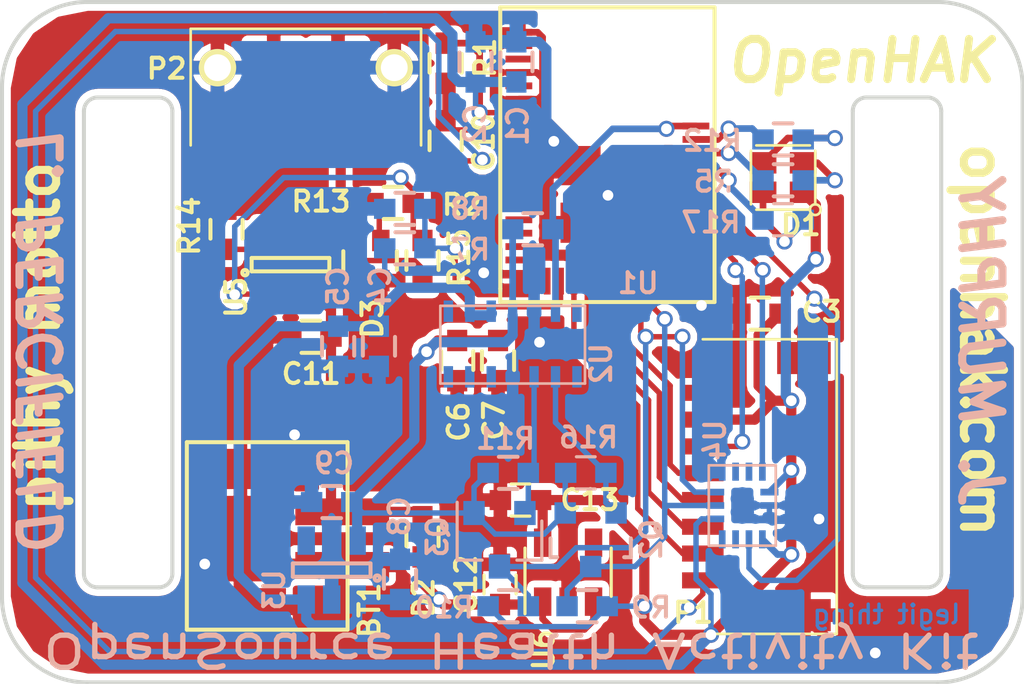
<source format=kicad_pcb>
(kicad_pcb (version 4) (host pcbnew 4.0.0-stable)
  (layers (0 F.Cu signal) (31 B.Cu signal) (34 B.Paste user) (35 F.Paste user) (36 B.SilkS user) (37 F.SilkS user) (38 B.Mask user) (39 F.Mask user) (44 Edge.Cuts user))
  (net 0 "")
  (net 1 GND)
  (net 2 VDD)
  (net 3 /SIM_RX)
  (net 4 /SIM_TX)
  (net 5 /SIM_RST)
  (net 6 "Net-(U1-Pad3)")
  (net 7 "Net-(U1-Pad5)")
  (net 8 "Net-(U1-Pad9)")
  (net 9 "Net-(U1-Pad10)")
  (net 10 "Net-(U1-Pad12)")
  (net 11 "Net-(U1-Pad13)")
  (net 12 "Net-(U1-Pad14)")
  (net 13 "Net-(U1-Pad15)")
  (net 14 "Net-(U1-Pad17)")
  (net 15 "Net-(U1-Pad20)")
  (net 16 "Net-(U1-Pad26)")
  (net 17 "Net-(U2-Pad8)")
  (net 18 "Net-(U2-Pad7)")
  (net 19 "Net-(U2-Pad6)")
  (net 20 "Net-(U2-Pad5)")
  (net 21 "Net-(U2-Pad1)")
  (net 22 "Net-(U2-Pad14)")
  (net 23 "Net-(U3-Pad4)")
  (net 24 "Net-(BT1-Pad1)")
  (net 25 VPP)
  (net 26 /MAX_INT)
  (net 27 "Net-(U4-Pad11)")
  (net 28 "Net-(U4-Pad10)")
  (net 29 /BMI_INT2)
  (net 30 /BMI_INT1)
  (net 31 "Net-(U4-Pad3)")
  (net 32 "Net-(U4-Pad2)")
  (net 33 "Net-(U1-Pad29)")
  (net 34 "Net-(U1-Pad16)")
  (net 35 /B_LED)
  (net 36 /G_LED)
  (net 37 /R_LED)
  (net 38 "Net-(D1-Pad4)")
  (net 39 "Net-(D1-Pad2)")
  (net 40 "Net-(U1-Pad34)")
  (net 41 "Net-(U1-Pad37)")
  (net 42 "Net-(D3-Pad3)")
  (net 43 "Net-(D3-Pad1)")
  (net 44 "Net-(P2-Pad2)")
  (net 45 "Net-(P2-Pad4)")
  (net 46 "Net-(P2-Pad3)")
  (net 47 "Net-(R13-Pad1)")
  (net 48 "Net-(R14-Pad1)")
  (net 49 "Net-(U1-Pad36)")
  (net 50 +1V8)
  (net 51 "Net-(D1-Pad3)")
  (net 52 "Net-(D3-Pad4)")
  (net 53 /1V8_SCL)
  (net 54 /3V3_SCL)
  (net 55 /1V8_SDA)
  (net 56 /3V3_SDA)
  (net 57 /V_SENSE)
  (net 58 "Net-(U1-Pad11)")
  (net 59 "Net-(U1-Pad18)")
  (net 60 "Net-(U6-Pad4)")
  (net 61 "Net-(C10-Pad2)")
  (net 62 /PIN_3)
  (net 63 /PIN_2)
  (net 64 "Net-(U1-Pad31)")
  (net 65 /PIN_4)
  (module Capacitors_SMD:C_0603 (layer B.Cu) (at 140.54328 87.72906 270)
    (fp_text reference C1 (at 2.3876 -0.0508 270) (layer B.SilkS) (effects (font (size 0.75 0.75)) (justify mirror)))
    (fp_text value 0.1uF)
    (pad 1 smd rect (at -0.75 0 270) (size 0.8 0.75) (layers B.Cu B.Paste B.Mask) (net 1 GND))
    (pad 2 smd rect (at 0.75 0 270) (size 0.8 0.75) (layers B.Cu B.Paste B.Mask) (net 2 VDD))
  )
  (module Capacitors_SMD:C_0603 (layer B.Cu) (at 139.01928 87.72906 270)
    (fp_text reference C2 (at 2.31394 0.0254 270) (layer B.SilkS) (effects (font (size 0.75 0.75)) (justify mirror)))
    (fp_text value 1uF)
    (pad 1 smd rect (at -0.75 0 270) (size 0.8 0.75) (layers B.Cu B.Paste B.Mask) (net 1 GND))
    (pad 2 smd rect (at 0.75 0 270) (size 0.8 0.75) (layers B.Cu B.Paste B.Mask) (net 2 VDD))
  )
  (module Capacitors_SMD:C_0603 (layer F.Cu) (at 149.63648 97.12706)
    (fp_text reference C3 (at 2.30124 -0.07112) (layer F.SilkS) (effects (font (size 0.75 0.75))))
    (fp_text value 10uF)
    (pad 1 smd rect (at -0.75 0) (size 0.8 0.75) (layers F.Cu F.Paste F.Mask) (net 1 GND))
    (pad 2 smd rect (at 0.75 0) (size 0.8 0.75) (layers F.Cu F.Paste F.Mask) (net 2 VDD))
  )
  (module Capacitors_SMD:C_0603 (layer B.Cu) (at 135.41248 98.34626 270)
    (fp_text reference C4 (at -2.2352 -0.04572 270) (layer B.SilkS) (effects (font (size 0.75 0.75)) (justify mirror)))
    (fp_text value 1uF)
    (pad 1 smd rect (at -0.75 0 270) (size 0.8 0.75) (layers B.Cu B.Paste B.Mask) (net 25 VPP))
    (pad 2 smd rect (at 0.75 0 270) (size 0.8 0.75) (layers B.Cu B.Paste B.Mask) (net 1 GND))
  )
  (module Capacitors_SMD:C_0603 (layer B.Cu) (at 133.88848 98.34626 270)
    (fp_text reference C5 (at -2.23266 0.00508 270) (layer B.SilkS) (effects (font (size 0.75 0.75)) (justify mirror)))
    (fp_text value 10uF)
    (pad 1 smd rect (at -0.75 0 270) (size 0.8 0.75) (layers B.Cu B.Paste B.Mask) (net 25 VPP))
    (pad 2 smd rect (at 0.75 0 270) (size 0.8 0.75) (layers B.Cu B.Paste B.Mask) (net 1 GND))
  )
  (module Capacitors_SMD:C_0603 (layer F.Cu) (at 138.33348 98.87966 270)
    (fp_text reference C6 (at 2.286 -0.0508 270) (layer F.SilkS) (effects (font (size 0.75 0.75))))
    (fp_text value 1uF)
    (pad 1 smd rect (at -0.75 0 270) (size 0.8 0.75) (layers F.Cu F.Paste F.Mask) (net 50 +1V8))
    (pad 2 smd rect (at 0.75 0 270) (size 0.8 0.75) (layers F.Cu F.Paste F.Mask) (net 1 GND))
  )
  (module Capacitors_SMD:C_0603 (layer F.Cu) (at 139.85748 98.87966 90)
    (fp_text reference C7 (at -2.2352 -0.1524 90) (layer F.SilkS) (effects (font (size 0.75 0.75))))
    (fp_text value 0.1uF)
    (pad 1 smd rect (at -0.75 0 90) (size 0.8 0.75) (layers F.Cu F.Paste F.Mask) (net 1 GND))
    (pad 2 smd rect (at 0.75 0 90) (size 0.8 0.75) (layers F.Cu F.Paste F.Mask) (net 50 +1V8))
  )
  (module Capacitors_SMD:C_0603 (layer F.Cu) (at 137.90168 87.77986 270)
    (fp_text reference R1 (at -0.2032 -1.4732 270) (layer F.SilkS) (effects (font (size 0.75 0.75))))
    (fp_text value 10K)
    (pad 1 smd rect (at -0.75 0 270) (size 0.8 0.75) (layers F.Cu F.Paste F.Mask) (net 2 VDD))
    (pad 2 smd rect (at 0.75 0 270) (size 0.8 0.75) (layers F.Cu F.Paste F.Mask) (net 5 /SIM_RST))
  )
  (module Capacitors_SMD:C_0603 (layer B.Cu) (at 141.15288 93.97746)
    (fp_text reference R2 (at -2.6416 -0.9144) (layer F.SilkS) (effects (font (size 0.75 0.75))))
    (fp_text value 10K)
    (pad 1 smd rect (at -0.75 0) (size 0.8 0.75) (layers B.Cu B.Paste B.Mask) (net 50 +1V8))
    (pad 2 smd rect (at 0.75 0) (size 0.8 0.75) (layers B.Cu B.Paste B.Mask) (net 26 /MAX_INT))
  )
  (module Capacitors_SMD:C_0603 (layer B.Cu) (at 150.50008 92.14866 180)
    (fp_text reference R5 (at 2.5908 -0.0508 180) (layer B.SilkS) (effects (font (size 0.75 0.75)) (justify mirror)))
    (fp_text value 130R)
    (pad 1 smd rect (at -0.75 0 180) (size 0.8 0.75) (layers B.Cu B.Paste B.Mask) (net 38 "Net-(D1-Pad4)"))
    (pad 2 smd rect (at 0.75 0 180) (size 0.8 0.75) (layers B.Cu B.Paste B.Mask) (net 37 /R_LED))
  )
  (module OpenBCI:RFD77101 (layer F.Cu) (at 143.94088 91.19386)
    (fp_text reference U1 (at 1.149 4.79528) (layer B.SilkS) (effects (font (size 0.75 0.75)) (justify mirror)))
    (fp_text value rfd_77101)
    (pad 1 smd rect (at -3.305 -4.57) (size 1 0.254) (layers F.Cu F.Paste F.Mask) (net 1 GND))
    (pad 2 smd rect (at -3.305 -4.07) (size 1 0.254) (layers F.Cu F.Paste F.Mask) (net 1 GND))
    (pad 3 smd rect (at -3.305 -3.57) (size 1 0.254) (layers F.Cu F.Paste F.Mask) (net 6 "Net-(U1-Pad3)"))
    (pad 4 smd rect (at -3.305 -3.07) (size 1 0.254) (layers F.Cu F.Paste F.Mask) (net 1 GND))
    (pad 5 smd rect (at -3.305 -2.57) (size 1 0.254) (layers F.Cu F.Paste F.Mask) (net 7 "Net-(U1-Pad5)"))
    (pad 6 smd rect (at -3.305 -2.07) (size 1 0.254) (layers F.Cu F.Paste F.Mask) (net 1 GND))
    (pad 7 smd rect (at -3.305 -1.57) (size 1 0.254) (layers F.Cu F.Paste F.Mask) (net 2 VDD))
    (pad 8 smd rect (at -3.305 -1.07) (size 1 0.254) (layers F.Cu F.Paste F.Mask) (net 5 /SIM_RST))
    (pad 9 smd rect (at -3.305 -0.57) (size 1 0.254) (layers F.Cu F.Paste F.Mask) (net 8 "Net-(U1-Pad9)"))
    (pad 10 smd rect (at -3.305 -0.07) (size 1 0.254) (layers F.Cu F.Paste F.Mask) (net 9 "Net-(U1-Pad10)"))
    (pad 11 smd rect (at -3.305 0.43) (size 1 0.254) (layers F.Cu F.Paste F.Mask) (net 58 "Net-(U1-Pad11)"))
    (pad 12 smd rect (at -3.305 0.93) (size 1 0.254) (layers F.Cu F.Paste F.Mask) (net 10 "Net-(U1-Pad12)"))
    (pad 13 smd rect (at -3.305 1.43) (size 1 0.254) (layers F.Cu F.Paste F.Mask) (net 11 "Net-(U1-Pad13)"))
    (pad 14 smd rect (at -3.305 1.93) (size 1 0.254) (layers F.Cu F.Paste F.Mask) (net 12 "Net-(U1-Pad14)"))
    (pad 15 smd rect (at -3.305 2.43) (size 1 0.254) (layers F.Cu F.Paste F.Mask) (net 13 "Net-(U1-Pad15)"))
    (pad 16 smd rect (at -3.305 2.93) (size 1 0.254) (layers F.Cu F.Paste F.Mask) (net 34 "Net-(U1-Pad16)"))
    (pad 17 smd rect (at -3.305 3.43) (size 1 0.254) (layers F.Cu F.Paste F.Mask) (net 14 "Net-(U1-Pad17)"))
    (pad 18 smd rect (at -3.305 3.93) (size 1 0.254) (layers F.Cu F.Paste F.Mask) (net 59 "Net-(U1-Pad18)"))
    (pad 19 smd rect (at -3.305 4.43) (size 1 0.254) (layers F.Cu F.Paste F.Mask) (net 1 GND))
    (pad 20 smd rect (at -2.25 4.72) (size 0.254 1) (layers F.Cu F.Paste F.Mask) (net 15 "Net-(U1-Pad20)"))
    (pad 21 smd rect (at -1.75 4.72) (size 0.254 1) (layers F.Cu F.Paste F.Mask) (net 57 /V_SENSE))
    (pad 22 smd rect (at -1.25 4.72) (size 0.254 1) (layers F.Cu F.Paste F.Mask) (net 62 /PIN_3))
    (pad 23 smd rect (at -0.75 4.72) (size 0.254 1) (layers F.Cu F.Paste F.Mask) (net 4 /SIM_TX))
    (pad 24 smd rect (at -0.25 4.72) (size 0.254 1) (layers F.Cu F.Paste F.Mask) (net 63 /PIN_2))
    (pad 25 smd rect (at 0.25 4.72) (size 0.254 1) (layers F.Cu F.Paste F.Mask) (net 3 /SIM_RX))
    (pad 26 smd rect (at 0.75 4.72) (size 0.254 1) (layers F.Cu F.Paste F.Mask) (net 16 "Net-(U1-Pad26)"))
    (pad 27 smd rect (at 1.25 4.72) (size 0.254 1) (layers F.Cu F.Paste F.Mask) (net 56 /3V3_SDA))
    (pad 28 smd rect (at 1.75 4.72) (size 0.254 1) (layers F.Cu F.Paste F.Mask) (net 54 /3V3_SCL))
    (pad 29 smd rect (at 2.25 4.72) (size 0.254 1) (layers F.Cu F.Paste F.Mask) (net 33 "Net-(U1-Pad29)"))
    (pad 30 smd rect (at 3.305 4.43) (size 1 0.254) (layers F.Cu F.Paste F.Mask) (net 1 GND))
    (pad 31 smd rect (at 3.305 3.93) (size 1 0.254) (layers F.Cu F.Paste F.Mask) (net 64 "Net-(U1-Pad31)"))
    (pad 32 smd rect (at 3.305 3.43) (size 1 0.254) (layers F.Cu F.Paste F.Mask) (net 65 /PIN_4))
    (pad 33 smd rect (at 3.305 2.93) (size 1 0.254) (layers F.Cu F.Paste F.Mask) (net 30 /BMI_INT1))
    (pad 34 smd rect (at 3.305 2.43) (size 1 0.254) (layers F.Cu F.Paste F.Mask) (net 40 "Net-(U1-Pad34)"))
    (pad 35 smd rect (at 3.305 1.93) (size 1 0.254) (layers F.Cu F.Paste F.Mask) (net 29 /BMI_INT2))
    (pad 36 smd rect (at 3.305 1.43) (size 1 0.254) (layers F.Cu F.Paste F.Mask) (net 49 "Net-(U1-Pad36)"))
    (pad 37 smd rect (at 3.305 0.93) (size 1 0.254) (layers F.Cu F.Paste F.Mask) (net 41 "Net-(U1-Pad37)"))
    (pad 38 smd rect (at 3.305 0.43) (size 1 0.254) (layers F.Cu F.Paste F.Mask) (net 35 /B_LED))
    (pad 39 smd rect (at 3.305 -0.07) (size 1 0.254) (layers F.Cu F.Paste F.Mask) (net 37 /R_LED))
    (pad 40 smd rect (at 3.305 -0.57) (size 1 0.254) (layers F.Cu F.Paste F.Mask) (net 36 /G_LED))
    (pad 41 smd rect (at 3.305 -1.07) (size 1 0.254) (layers F.Cu F.Paste F.Mask) (net 26 /MAX_INT))
    (pad 42 smd rect (at -1 0.635) (size 1.5 1.01) (layers F.Cu F.Paste F.Mask) (net 1 GND))
    (pad 43 smd rect (at -1 2.54) (size 1.5 1.5) (layers F.Cu F.Paste F.Mask) (net 1 GND))
    (pad 44 smd rect (at 1 2.54) (size 1.5 1.5) (layers F.Cu F.Paste F.Mask) (net 1 GND))
    (pad 45 smd rect (at 1 0.42) (size 1.5 1.5) (layers F.Cu F.Paste F.Mask) (net 1 GND))
    (pad 42 smd trapezoid (at -1.28 -0.09) (size 0.48 0.47) (rect_delta 0 0.47) (layers F.Cu F.Paste F.Mask) (net 1 GND))
    (pad 42 smd rect (at -0.76 -0.08) (size 1.01 0.49) (layers F.Cu F.Paste F.Mask) (net 1 GND))
  )
  (module Solutions:MAX30100 (layer B.Cu) (at 142.80388 99.33686 90)
    (fp_text reference U2 (at 0.343725 0.900669 270) (layer B.SilkS) (effects (font (size 0.75 0.75)) (justify mirror)))
    (fp_text value MAX30100)
    (pad 14 smd rect (at 2.15 0 90) (size 0.8 0.35) (drill (offset 0.15 0)) (layers B.Cu B.Paste B.Mask) (net 22 "Net-(U2-Pad14)"))
    (pad 13 smd rect (at 2.15 -0.8 90) (size 0.8 0.35) (drill (offset 0.15 0)) (layers B.Cu B.Paste B.Mask) (net 26 /MAX_INT))
    (pad 12 smd rect (at 2.15 -1.6 90) (size 0.8 0.35) (drill (offset 0.15 0)) (layers B.Cu B.Paste B.Mask) (net 1 GND))
    (pad 11 smd rect (at 2.15 -2.4 90) (size 0.8 0.35) (drill (offset 0.15 0)) (layers B.Cu B.Paste B.Mask) (net 50 +1V8))
    (pad 10 smd rect (at 2.15 -3.2 90) (size 0.8 0.35) (drill (offset 0.15 0)) (layers B.Cu B.Paste B.Mask) (net 25 VPP))
    (pad 9 smd rect (at 2.15 -4 90) (size 0.8 0.35) (drill (offset 0.15 0)) (layers B.Cu B.Paste B.Mask) (net 25 VPP))
    (pad 8 smd rect (at 2.15 -4.8 90) (size 0.8 0.35) (drill (offset 0.15 0)) (layers B.Cu B.Paste B.Mask) (net 17 "Net-(U2-Pad8)"))
    (pad 7 smd rect (at 0 -4.8 90) (size 0.8 0.35) (drill (offset -0.15 0)) (layers B.Cu B.Paste B.Mask) (net 18 "Net-(U2-Pad7)"))
    (pad 6 smd rect (at 0 -4 90) (size 0.8 0.35) (drill (offset -0.15 0)) (layers B.Cu B.Paste B.Mask) (net 19 "Net-(U2-Pad6)"))
    (pad 5 smd rect (at 0 -3.2 90) (size 0.8 0.35) (drill (offset -0.15 0)) (layers B.Cu B.Paste B.Mask) (net 20 "Net-(U2-Pad5)"))
    (pad 4 smd rect (at 0 -2.4 90) (size 0.8 0.35) (drill (offset -0.15 0)) (layers B.Cu B.Paste B.Mask) (net 1 GND))
    (pad 3 smd rect (at 0 -1.6 90) (size 0.8 0.35) (drill (offset -0.15 0)) (layers B.Cu B.Paste B.Mask) (net 55 /1V8_SDA))
    (pad 2 smd rect (at 0 -0.8 90) (size 0.8 0.35) (drill (offset -0.15 0)) (layers B.Cu B.Paste B.Mask) (net 53 /1V8_SCL))
    (pad 1 smd rect (at 0 0 90) (size 0.8 0.35) (drill (offset -0.15 0)) (layers B.Cu B.Paste B.Mask) (net 21 "Net-(U2-Pad1)"))
  )
  (module Capacitors_SMD:C_0603 (layer B.Cu) (at 136.198384 107.048687 270)
    (fp_text reference C8 (at -2.352427 0.023904 270) (layer B.SilkS) (effects (font (size 0.75 0.75)) (justify mirror)))
    (fp_text value 1uF)
    (pad 1 smd rect (at -0.75 0 270) (size 0.8 0.75) (layers B.Cu B.Paste B.Mask) (net 1 GND))
    (pad 2 smd rect (at 0.75 0 270) (size 0.8 0.75) (layers B.Cu B.Paste B.Mask) (net 25 VPP))
  )
  (module Capacitors_SMD:C_0603 (layer B.Cu) (at 133.648225 104.160707)
    (fp_text reference C9 (at 0.087855 -1.445647) (layer B.SilkS) (effects (font (size 0.75 0.75)) (justify mirror)))
    (fp_text value 1uF)
    (pad 1 smd rect (at -0.75 0) (size 0.8 0.75) (layers B.Cu B.Paste B.Mask) (net 1 GND))
    (pad 2 smd rect (at 0.75 0) (size 0.8 0.75) (layers B.Cu B.Paste B.Mask) (net 50 +1V8))
  )
  (module TO_SOT_Packages_SMD:SOT-23-5 (layer B.Cu) (at 133.648225 106.700707 90)
    (fp_text reference U3 (at -0.738753 -2.147345 90) (layer B.SilkS) (effects (font (size 0.75 0.75)) (justify mirror)))
    (fp_text value NCP551)
    (pad 1 smd rect (at -1.1 0.95 90) (size 1.06 0.65) (layers B.Cu B.Paste B.Mask) (net 25 VPP))
    (pad 2 smd rect (at -1.1 0 90) (size 1.06 0.65) (layers B.Cu B.Paste B.Mask) (net 1 GND))
    (pad 3 smd rect (at -1.1 -0.95 90) (size 1.06 0.65) (layers B.Cu B.Paste B.Mask) (net 25 VPP))
    (pad 4 smd rect (at 1.1 -0.95 90) (size 1.06 0.65) (layers B.Cu B.Paste B.Mask) (net 23 "Net-(U3-Pad4)"))
    (pad 5 smd rect (at 1.1 0.95 90) (size 1.06 0.65) (layers B.Cu B.Paste B.Mask) (net 50 +1V8))
  )
  (module OpenBCI:JST_RA_SMT (layer F.Cu) (at 130.24104 102.92588 270)
    (fp_text reference BT1 (at 5.27558 -4.81584 270) (layer F.SilkS) (effects (font (size 0.75 0.75))))
    (fp_text value Battery)
    (pad 2 smd rect (at 3.6 -3.8 270) (size 1 3.5) (layers F.Cu F.Paste F.Mask) (net 1 GND))
    (pad 1 smd rect (at 1.6 -3.8 270) (size 1 3.5) (layers F.Cu F.Paste F.Mask) (net 24 "Net-(BT1-Pad1)"))
    (pad 4 smd rect (at 5.2 0 270) (size 1.5 3.4) (layers F.Cu F.Paste F.Mask) (net 1 GND))
    (pad 3 smd rect (at 0 0 270) (size 1.5 3.4) (layers F.Cu F.Paste F.Mask) (net 1 GND))
  )
  (module Capacitors_SMD:C_0603 (layer F.Cu) (at 137.90168 90.67546 270)
    (fp_text reference C10 (at 0.0508 -1.4224 270) (layer F.SilkS) (effects (font (size 0.75 0.75))))
    (fp_text value 0.1uF)
    (pad 1 smd rect (at -0.75 0 270) (size 0.8 0.75) (layers F.Cu F.Paste F.Mask) (net 5 /SIM_RST))
    (pad 2 smd rect (at 0.75 0 270) (size 0.8 0.75) (layers F.Cu F.Paste F.Mask) (net 61 "Net-(C10-Pad2)"))
  )
  (module Capacitors_SMD:C_0603 (layer F.Cu) (at 137.03808 105.45826 90)
    (fp_text reference D2 (at -2.27838 0.04064 90) (layer F.SilkS) (effects (font (size 0.75 0.75))))
    (fp_text value D_Schottky)
    (pad 1 smd rect (at -0.75 0 90) (size 0.8 0.75) (layers F.Cu F.Paste F.Mask) (net 25 VPP))
    (pad 2 smd rect (at 0.75 0 90) (size 0.8 0.75) (layers F.Cu F.Paste F.Mask) (net 24 "Net-(BT1-Pad1)"))
  )
  (module TO_SOT_Packages_SMD:SOT-23 (layer B.Cu) (at 143.315708 105.569415)
    (fp_text reference Q2 (at 2.256772 -0.009555 270) (layer B.SilkS) (effects (font (size 0.75 0.75)) (justify mirror)))
    (fp_text value Q_NMOS_GSD)
    (pad 1 smd rect (at -0.95 -1.00076) (size 0.8001 0.8001) (layers B.Cu B.Paste B.Mask) (net 50 +1V8))
    (pad 2 smd rect (at 0.95 -1.00076) (size 0.8001 0.8001) (layers B.Cu B.Paste B.Mask) (net 53 /1V8_SCL))
    (pad 3 smd rect (at 0 0.99822) (size 0.8001 0.8001) (layers B.Cu B.Paste B.Mask) (net 54 /3V3_SCL))
  )
  (module Capacitors_SMD:C_0603 (layer B.Cu) (at 136.37768 94.68866 180)
    (fp_text reference R7 (at -2.4384 -0.0508 180) (layer B.SilkS) (effects (font (size 0.75 0.75)) (justify mirror)))
    (fp_text value 1M)
    (pad 1 smd rect (at -0.75 0 180) (size 0.8 0.75) (layers B.Cu B.Paste B.Mask) (net 57 /V_SENSE))
    (pad 2 smd rect (at 0.75 0 180) (size 0.8 0.75) (layers B.Cu B.Paste B.Mask) (net 25 VPP))
  )
  (module Capacitors_SMD:C_0603 (layer B.Cu) (at 136.37768 93.21546)
    (fp_text reference R8 (at 2.4384 0) (layer B.SilkS) (effects (font (size 0.75 0.75)) (justify mirror)))
    (fp_text value 1M)
    (pad 1 smd rect (at -0.75 0) (size 0.8 0.75) (layers B.Cu B.Paste B.Mask) (net 1 GND))
    (pad 2 smd rect (at 0.75 0) (size 0.8 0.75) (layers B.Cu B.Paste B.Mask) (net 57 /V_SENSE))
  )
  (module Capacitors_SMD:C_0603 (layer B.Cu) (at 143.18488 108.04906)
    (fp_text reference R9 (at 2.3876 0.0508) (layer B.SilkS) (effects (font (size 0.75 0.75)) (justify mirror)))
    (fp_text value 10K)
    (pad 1 smd rect (at -0.75 0) (size 0.8 0.75) (layers B.Cu B.Paste B.Mask) (net 54 /3V3_SCL))
    (pad 2 smd rect (at 0.75 0) (size 0.8 0.75) (layers B.Cu B.Paste B.Mask) (net 2 VDD))
  )
  (module Capacitors_SMD:C_0603 (layer B.Cu) (at 140.23848 108.04906 180)
    (fp_text reference R10 (at 2.3876 -0.0508 180) (layer B.SilkS) (effects (font (size 0.75 0.75)) (justify mirror)))
    (fp_text value 10K)
    (pad 1 smd rect (at -0.75 0 180) (size 0.8 0.75) (layers B.Cu B.Paste B.Mask) (net 56 /3V3_SDA))
    (pad 2 smd rect (at 0.75 0 180) (size 0.8 0.75) (layers B.Cu B.Paste B.Mask) (net 2 VDD))
  )
  (module Capacitors_SMD:C_0603 (layer B.Cu) (at 140.23848 103.07066 180)
    (fp_text reference R11 (at 0.1016 1.27 180) (layer B.SilkS) (effects (font (size 0.75 0.75)) (justify mirror)))
    (fp_text value 10K)
    (pad 1 smd rect (at -0.75 0 180) (size 0.8 0.75) (layers B.Cu B.Paste B.Mask) (net 55 /1V8_SDA))
    (pad 2 smd rect (at 0.75 0 180) (size 0.8 0.75) (layers B.Cu B.Paste B.Mask) (net 50 +1V8))
  )
  (module Capacitors_SMD:C_0603 (layer B.Cu) (at 150.50008 90.62466 180)
    (fp_text reference R12 (at 2.6416 -0.0508 360) (layer B.SilkS) (effects (font (size 0.75 0.75)) (justify mirror)))
    (fp_text value 30R)
    (pad 1 smd rect (at -0.75 0 180) (size 0.8 0.75) (layers B.Cu B.Paste B.Mask) (net 51 "Net-(D1-Pad3)"))
    (pad 2 smd rect (at 0.75 0 180) (size 0.8 0.75) (layers B.Cu B.Paste B.Mask) (net 36 /G_LED))
  )
  (module Solutions:LGA_2.5x3 (layer B.Cu) (at 148.97608 104.28986 270)
    (fp_text reference U4 (at -2.4384 1.016 270) (layer B.SilkS) (effects (font (size 0.75 0.75)) (justify mirror)))
    (fp_text value BMI160)
    (pad 5 smd rect (at -0.5 -1.0125 270) (size 0.25 0.675) (layers B.Cu B.Paste B.Mask) (net 2 VDD))
    (pad 6 smd rect (at 0 -1.0125 270) (size 0.25 0.675) (layers B.Cu B.Paste B.Mask) (net 1 GND))
    (pad 7 smd rect (at 0.5 -1.0125 270) (size 0.25 0.675) (layers B.Cu B.Paste B.Mask) (net 1 GND))
    (pad 12 smd rect (at 0.5 1.0125 270) (size 0.25 0.675) (layers B.Cu B.Paste B.Mask) (net 2 VDD))
    (pad 14 smd rect (at -0.5 1.0125 270) (size 0.25 0.675) (layers B.Cu B.Paste B.Mask) (net 56 /3V3_SDA))
    (pad 11 smd rect (at 1.2625 0.75 270) (size 0.675 0.25) (layers B.Cu B.Paste B.Mask) (net 27 "Net-(U4-Pad11)"))
    (pad 10 smd rect (at 1.2625 0.25 270) (size 0.675 0.25) (layers B.Cu B.Paste B.Mask) (net 28 "Net-(U4-Pad10)"))
    (pad 9 smd rect (at 1.2625 -0.25 270) (size 0.675 0.25) (layers B.Cu B.Paste B.Mask) (net 29 /BMI_INT2))
    (pad 8 smd rect (at 1.2625 -0.75 270) (size 0.675 0.25) (layers B.Cu B.Paste B.Mask) (net 2 VDD))
    (pad 4 smd rect (at -1.2625 -0.75 270) (size 0.675 0.25) (layers B.Cu B.Paste B.Mask) (net 30 /BMI_INT1))
    (pad 3 smd rect (at -1.2625 -0.25 270) (size 0.675 0.25) (layers B.Cu B.Paste B.Mask) (net 31 "Net-(U4-Pad3)"))
    (pad 2 smd rect (at -1.2625 0.25 270) (size 0.675 0.25) (layers B.Cu B.Paste B.Mask) (net 32 "Net-(U4-Pad2)"))
    (pad 1 smd rect (at -1.2625 0.75 270) (size 0.675 0.25) (layers B.Cu B.Paste B.Mask) (net 1 GND))
    (pad 13 smd rect (at 0 1.0125 270) (size 0.25 0.675) (layers B.Cu B.Paste B.Mask) (net 54 /3V3_SCL))
  )
  (module Capacitors_SMD:C_0603 (layer F.Cu) (at 132.87248 97.99066)
    (fp_text reference C11 (at 0.011859 1.384614) (layer F.SilkS) (effects (font (size 0.75 0.75))))
    (fp_text value 10uF)
    (pad 1 smd rect (at -0.75 0) (size 0.8 0.75) (layers F.Cu F.Paste F.Mask) (net 1 GND))
    (pad 2 smd rect (at 0.75 0) (size 0.8 0.75) (layers F.Cu F.Paste F.Mask) (net 24 "Net-(BT1-Pad1)"))
  )
  (module Solutions:0606_Bi-Color (layer F.Cu) (at 135.05688 95.14586 270)
    (fp_text reference D3 (at 2.165414 -0.110661 270) (layer F.SilkS) (effects (font (size 0.75 0.75))))
    (fp_text value Dialight_R_G_LED)
    (pad 4 smd rect (at 0.75 0.425 270) (size 0.8 0.65) (layers F.Cu F.Paste F.Mask) (net 52 "Net-(D3-Pad4)"))
    (pad 3 smd rect (at -0.75 0.425 270) (size 0.8 0.65) (layers F.Cu F.Paste F.Mask) (net 42 "Net-(D3-Pad3)"))
    (pad 1 smd rect (at -0.75 -0.425 270) (size 0.8 0.65) (layers F.Cu F.Paste F.Mask) (net 43 "Net-(D3-Pad1)"))
    (pad 2 smd rect (at 0.75 -0.425 270) (size 0.8 0.65) (layers F.Cu F.Paste F.Mask) (net 1 GND))
  )
  (module Capacitors_SMD:C_0603 (layer F.Cu) (at 135.94088 92.99386 180)
    (fp_text reference R13 (at 2.6924 0.0508 180) (layer F.SilkS) (effects (font (size 0.75 0.75))))
    (fp_text value 470)
    (pad 1 smd rect (at -0.75 0 180) (size 0.8 0.75) (layers F.Cu F.Paste F.Mask) (net 47 "Net-(R13-Pad1)"))
    (pad 2 smd rect (at 0.75 0 180) (size 0.8 0.75) (layers F.Cu F.Paste F.Mask) (net 43 "Net-(D3-Pad1)"))
  )
  (module Capacitors_SMD:C_0603 (layer F.Cu) (at 129.72288 93.97746 90)
    (fp_text reference R14 (at 0.117413 -1.394261 90) (layer F.SilkS) (effects (font (size 0.75 0.75))))
    (fp_text value 10K)
    (pad 1 smd rect (at -0.75 0 90) (size 0.8 0.75) (layers F.Cu F.Paste F.Mask) (net 48 "Net-(R14-Pad1)"))
    (pad 2 smd rect (at 0.75 0 90) (size 0.8 0.75) (layers F.Cu F.Paste F.Mask) (net 1 GND))
  )
  (module Capacitors_SMD:C_0603 (layer F.Cu) (at 137.03808 95.14586 270)
    (fp_text reference R15 (at -0.1016 -1.3716 270) (layer F.SilkS) (effects (font (size 0.75 0.75))))
    (fp_text value 470)
    (pad 1 smd rect (at -0.75 0 270) (size 0.8 0.75) (layers F.Cu F.Paste F.Mask) (net 47 "Net-(R13-Pad1)"))
    (pad 2 smd rect (at 0.75 0 270) (size 0.8 0.75) (layers F.Cu F.Paste F.Mask) (net 52 "Net-(D3-Pad4)"))
  )
  (module TO_SOT_Packages_SMD:SOT-23-5 (layer F.Cu) (at 132.11048 95.29826 90)
    (fp_text reference U5 (at -1.2192 -2.032 90) (layer F.SilkS) (effects (font (size 0.75 0.75))))
    (fp_text value MCP73831)
    (pad 1 smd rect (at -1.1 -0.95 90) (size 1.06 0.65) (layers F.Cu F.Paste F.Mask) (net 47 "Net-(R13-Pad1)"))
    (pad 2 smd rect (at -1.1 0 90) (size 1.06 0.65) (layers F.Cu F.Paste F.Mask) (net 1 GND))
    (pad 3 smd rect (at -1.1 0.95 90) (size 1.06 0.65) (layers F.Cu F.Paste F.Mask) (net 24 "Net-(BT1-Pad1)"))
    (pad 4 smd rect (at 1.1 0.95 90) (size 1.06 0.65) (layers F.Cu F.Paste F.Mask) (net 42 "Net-(D3-Pad3)"))
    (pad 5 smd rect (at 1.1 -0.95 90) (size 1.06 0.65) (layers F.Cu F.Paste F.Mask) (net 48 "Net-(R14-Pad1)"))
  )
  (module Solutions:10118193_microUSB (layer F.Cu) (at 132.68422 87.945647 180)
    (fp_text reference P2 (at 5.19654 -0.037413 180) (layer F.SilkS) (effects (font (size 0.75 0.75))))
    (fp_text value USB_OTG)
    (pad 10 thru_hole oval (at -3.3 0 180) (size 1.4 1.4) (drill 1) (layers *.Cu *.Mask F.SilkS) (net 1 GND))
    (pad 9 smd rect (at 1.2 0 180) (size 1.9 1.9) (layers F.Cu F.Paste F.Mask) (net 1 GND))
    (pad 7 smd rect (at 3.2 -2.45 180) (size 1.6 1.4) (layers F.Cu F.Paste F.Mask) (net 1 GND))
    (pad 1 smd rect (at -1.3 -2.675 180) (size 0.4 1.35) (layers F.Cu F.Paste F.Mask) (net 42 "Net-(D3-Pad3)"))
    (pad 2 smd rect (at -0.65 -2.675 180) (size 0.4 1.35) (layers F.Cu F.Paste F.Mask) (net 44 "Net-(P2-Pad2)"))
    (pad 5 smd rect (at 1.3 -2.675 180) (size 0.4 1.35) (layers F.Cu F.Paste F.Mask) (net 1 GND))
    (pad 4 smd rect (at 0.65 -2.675 180) (size 0.4 1.35) (layers F.Cu F.Paste F.Mask) (net 45 "Net-(P2-Pad4)"))
    (pad 3 smd rect (at 0 -2.675 180) (size 0.4 1.35) (layers F.Cu F.Paste F.Mask) (net 46 "Net-(P2-Pad3)"))
    (pad 6 smd rect (at -3.2 -2.45 180) (size 1.6 1.4) (layers F.Cu F.Paste F.Mask) (net 1 GND))
    (pad 8 smd rect (at -1.2 0 180) (size 1.9 1.9) (layers F.Cu F.Paste F.Mask) (net 1 GND))
    (pad 11 thru_hole oval (at 3.3 0 180) (size 1.4 1.4) (drill 1) (layers *.Cu *.Mask F.SilkS) (net 1 GND))
  )
  (module Capacitors_SMD:C_0603 (layer F.Cu) (at 139.93368 107.23626 270)
    (fp_text reference C12 (at 0 1.27 270) (layer F.SilkS) (effects (font (size 0.75 0.75))))
    (fp_text value 1uF)
    (pad 1 smd rect (at -0.75 0 270) (size 0.8 0.75) (layers F.Cu F.Paste F.Mask) (net 1 GND))
    (pad 2 smd rect (at 0.75 0 270) (size 0.8 0.75) (layers F.Cu F.Paste F.Mask) (net 25 VPP))
  )
  (module Capacitors_SMD:C_0603 (layer F.Cu) (at 140.69568 104.08666)
    (fp_text reference C13 (at 2.5908 0) (layer F.SilkS) (effects (font (size 0.75 0.75))))
    (fp_text value 1uF)
    (pad 1 smd rect (at -0.75 0) (size 0.8 0.75) (layers F.Cu F.Paste F.Mask) (net 1 GND))
    (pad 2 smd rect (at 0.75 0) (size 0.8 0.75) (layers F.Cu F.Paste F.Mask) (net 2 VDD))
  )
  (module Solutions:CLMVB-FKA-CFHEHLCBB7a363 (layer F.Cu) (at 150.50008 92.04706 270)
    (fp_text reference D1 (at 1.778 -0.6604 540) (layer F.SilkS) (effects (font (size 0.75 0.75))))
    (fp_text value Led_RGB_CA)
    (pad 1 smd rect (at 0.55 -0.75 270) (size 0.8 1) (layers F.Cu F.Paste F.Mask) (net 2 VDD))
    (pad 2 smd rect (at 0.55 0.75 270) (size 0.8 1) (layers F.Cu F.Paste F.Mask) (net 39 "Net-(D1-Pad2)"))
    (pad 3 smd rect (at -0.55 0.75 270) (size 0.8 1) (layers F.Cu F.Paste F.Mask) (net 51 "Net-(D1-Pad3)"))
    (pad 4 smd rect (at -0.55 -0.75 270) (size 0.8 1) (layers F.Cu F.Paste F.Mask) (net 38 "Net-(D1-Pad4)"))
  )
  (module Solutions:4u-0201GDVE06 (layer F.Cu) (at 147.50288 107.08386 90)
    (fp_text reference P1 (at -1.21 -0.362 180) (layer F.SilkS) (effects (font (size 0.75 0.75))))
    (fp_text value CONN_01X10)
    (pad 10 smd rect (at 8.3 3.775 90) (size 1.2 2) (layers F.Cu F.Paste F.Mask) (net 1 GND))
    (pad 9 smd rect (at -1.3 3.775 90) (size 1.2 2) (layers F.Cu F.Paste F.Mask) (net 1 GND))
    (pad 8 smd rect (at 7 0 90) (size 0.6 1.55) (layers F.Cu F.Paste F.Mask) (net 1 GND))
    (pad 7 smd rect (at 6 0 90) (size 0.6 1.55) (layers F.Cu F.Paste F.Mask) (net 2 VDD))
    (pad 6 smd rect (at 5 0 90) (size 0.6 1.55) (layers F.Cu F.Paste F.Mask) (net 65 /PIN_4))
    (pad 5 smd rect (at 4 0 90) (size 0.6 1.55) (layers F.Cu F.Paste F.Mask) (net 3 /SIM_RX))
    (pad 4 smd rect (at 3 0 90) (size 0.6 1.55) (layers F.Cu F.Paste F.Mask) (net 63 /PIN_2))
    (pad 3 smd rect (at 2 0 90) (size 0.6 1.55) (layers F.Cu F.Paste F.Mask) (net 4 /SIM_TX))
    (pad 2 smd rect (at 1 0 90) (size 0.6 1.55) (layers F.Cu F.Paste F.Mask) (net 62 /PIN_3))
    (pad 1 smd rect (at 0 0 90) (size 0.6 1.55) (layers F.Cu F.Paste F.Mask) (net 61 "Net-(C10-Pad2)"))
  )
  (module TO_SOT_Packages_SMD:SOT-23 (layer B.Cu) (at 139.91211 105.569415 270)
    (fp_text reference Q3 (at -0.111155 2.31523 270) (layer B.SilkS) (effects (font (size 0.75 0.75)) (justify mirror)))
    (fp_text value Q_NMOS_GSD)
    (pad 1 smd rect (at -1 0.95 270) (size 0.9 0.8) (layers B.Cu B.Paste B.Mask) (net 50 +1V8))
    (pad 2 smd rect (at -1 -0.95 270) (size 0.9 0.8) (layers B.Cu B.Paste B.Mask) (net 55 /1V8_SDA))
    (pad 3 smd rect (at 1 0 270) (size 0.9 0.8) (layers B.Cu B.Paste B.Mask) (net 56 /3V3_SDA))
  )
  (module Capacitors_SMD:C_0603 (layer B.Cu) (at 143.13408 103.07066 180)
    (fp_text reference R16 (at -0.1016 1.3208 180) (layer B.SilkS) (effects (font (size 0.75 0.75)) (justify mirror)))
    (fp_text value 10K)
    (pad 1 smd rect (at -0.75 0 180) (size 0.8 0.75) (layers B.Cu B.Paste B.Mask) (net 53 /1V8_SCL))
    (pad 2 smd rect (at 0.75 0 180) (size 0.8 0.75) (layers B.Cu B.Paste B.Mask) (net 50 +1V8))
  )
  (module Capacitors_SMD:C_0603 (layer B.Cu) (at 150.50008 93.62186 180)
    (fp_text reference R17 (at 2.6924 -0.1016 180) (layer B.SilkS) (effects (font (size 0.75 0.75)) (justify mirror)))
    (fp_text value 30R)
    (pad 1 smd rect (at -0.75 0 180) (size 0.8 0.75) (layers B.Cu B.Paste B.Mask) (net 39 "Net-(D1-Pad2)"))
    (pad 2 smd rect (at 0.75 0 180) (size 0.8 0.75) (layers B.Cu B.Paste B.Mask) (net 35 /B_LED))
  )
  (module TO_SOT_Packages_SMD:SOT-23-5 (layer F.Cu) (at 142.47368 106.77906 90)
    (fp_text reference U6 (at -2.8956 -0.9144 90) (layer F.SilkS) (effects (font (size 0.75 0.75))))
    (fp_text value NCP551)
    (pad 1 smd rect (at -1.1 -0.95 90) (size 1.06 0.65) (layers F.Cu F.Paste F.Mask) (net 25 VPP))
    (pad 2 smd rect (at -1.1 0 90) (size 1.06 0.65) (layers F.Cu F.Paste F.Mask) (net 1 GND))
    (pad 3 smd rect (at -1.1 0.95 90) (size 1.06 0.65) (layers F.Cu F.Paste F.Mask) (net 25 VPP))
    (pad 4 smd rect (at 1.1 0.95 90) (size 1.06 0.65) (layers F.Cu F.Paste F.Mask) (net 60 "Net-(U6-Pad4)"))
    (pad 5 smd rect (at 1.1 -0.95 90) (size 1.06 0.65) (layers F.Cu F.Paste F.Mask) (net 2 VDD))
  )
  (gr_line (start 156.26588 85.49386) (end 124.51588 85.49386) (angle 90) (layer Edge.Cuts) (width 0.15))
  (gr_line (start 159.44088 107.71886) (end 159.44088 88.66886) (angle 90) (layer Edge.Cuts) (width 0.15))
  (gr_line (start 124.51588 110.89386) (end 156.26588 110.89386) (angle 90) (layer Edge.Cuts) (width 0.15))
  (gr_line (start 121.34088 88.66886) (end 121.34088 107.71886) (angle 90) (layer Edge.Cuts) (width 0.15))
  (gr_arc (start 124.51588 107.71886) (end 124.51588 110.89386) (angle 90) (layer Edge.Cuts) (width 0.15))
  (gr_arc (start 124.51588 88.66886) (end 121.34088 88.66886) (angle 90) (layer Edge.Cuts) (width 0.15))
  (gr_arc (start 156.26588 88.66886) (end 156.26588 85.49386) (angle 90) (layer Edge.Cuts) (width 0.15))
  (gr_arc (start 156.26588 107.71886) (end 159.44088 107.71886) (angle 90) (layer Edge.Cuts) (width 0.15))
  (gr_text "legit thing" (at 154.36088 108.35386) (layer B.Cu) (effects (font (size 0.7 0.7) (thickness 0.125)) (justify mirror)))
  (gr_text "pithy motto" (at 122.682 97.97542 90) (layer F.SilkS) (effects (font (size 1.5 1.5) (thickness 0.3))))
  (gr_text openhak.com (at 157.92704 98.11766 270) (layer F.SilkS) (effects (font (size 1.5 1.5) (thickness 0.3))))
  (gr_text "OpenSource Health Activity Kit" (at 140.34008 109.67466 180) (layer B.SilkS) (effects (font (size 1.2 1.5) (thickness 0.2)) (justify mirror)))
  (gr_text OpenHAK (at 153.44088 87.69386) (layer F.SilkS) (effects (font (size 1.5 1.5) (thickness 0.3) italic)))
  (gr_text "L. PERCIFIELD" (at 122.81408 98.09226 90) (layer B.SilkS) (effects (font (size 1.5 1.5) (thickness 0.3) italic) (justify mirror)))
  (gr_text "J. MURPHY" (at 157.86608 98.24466 270) (layer B.SilkS) (effects (font (size 1.5 1.5) (thickness 0.3) italic) (justify mirror)))
  (gr_line (start 124.90704 107.34548) (end 127.19304 107.34548) (angle 90) (layer Edge.Cuts) (width 0.15))
  (gr_line (start 124.39904 89.56548) (end 124.39904 106.83748) (angle 90) (layer Edge.Cuts) (width 0.15))
  (gr_line (start 127.19304 89.05748) (end 124.90704 89.05748) (angle 90) (layer Edge.Cuts) (width 0.15))
  (gr_line (start 127.70104 106.83748) (end 127.70104 89.56548) (angle 90) (layer Edge.Cuts) (width 0.15))
  (gr_arc (start 127.19304 89.56548) (end 127.19304 89.05748) (angle 90) (layer Edge.Cuts) (width 0.15))
  (gr_arc (start 124.90704 89.56548) (end 124.39904 89.56548) (angle 90) (layer Edge.Cuts) (width 0.15))
  (gr_arc (start 124.90704 106.83748) (end 124.90704 107.34548) (angle 90) (layer Edge.Cuts) (width 0.15))
  (gr_arc (start 127.19304 106.83748) (end 127.70104 106.83748) (angle 90) (layer Edge.Cuts) (width 0.15))
  (gr_line (start 155.89504 107.34548) (end 155.64104 107.34548) (angle 90) (layer Edge.Cuts) (width 0.15))
  (gr_line (start 153.60904 107.34548) (end 155.64104 107.34548) (angle 90) (layer Edge.Cuts) (width 0.15))
  (gr_line (start 153.10104 89.56548) (end 153.10104 106.83748) (angle 90) (layer Edge.Cuts) (width 0.15))
  (gr_line (start 155.89504 89.05748) (end 153.60904 89.05748) (angle 90) (layer Edge.Cuts) (width 0.15))
  (gr_line (start 156.40304 106.83748) (end 156.40304 89.56548) (angle 90) (layer Edge.Cuts) (width 0.15))
  (gr_arc (start 153.60904 106.83748) (end 153.60904 107.34548) (angle 90) (layer Edge.Cuts) (width 0.15))
  (gr_arc (start 153.60904 89.56548) (end 153.10104 89.56548) (angle 90) (layer Edge.Cuts) (width 0.15))
  (gr_arc (start 155.89504 89.56548) (end 155.89504 89.05748) (angle 90) (layer Edge.Cuts) (width 0.15))
  (gr_arc (start 155.89504 106.83748) (end 156.40304 106.83748) (angle 90) (layer Edge.Cuts) (width 0.15))
  (segment (start 140.63588 89.12386) (end 141.27088 89.12386) (width 0.2032) (layer F.Cu) (net 1))
  (segment (start 141.54088 90.29386) (end 142.94088 91.69386) (width 0.2032) (layer F.Cu) (net 1))
  (segment (start 141.54088 89.39386) (end 141.54088 90.29386) (width 0.2032) (layer F.Cu) (net 1))
  (segment (start 141.27088 89.12386) (end 141.54088 89.39386) (width 0.2032) (layer F.Cu) (net 1))
  (segment (start 142.94088 91.69386) (end 142.94088 91.82886) (width 0.2032) (layer F.Cu) (net 1))
  (segment (start 140.63588 89.12386) (end 141.1837 89.12386) (width 0.25) (layer F.Cu) (net 1))
  (segment (start 142.94088 91.82886) (end 142.94088 91.35386) (width 0.2032) (layer F.Cu) (net 1))
  (segment (start 142.94088 91.35386) (end 143.18088 91.11386) (width 0.2032) (layer F.Cu) (net 1))
  (segment (start 151.67788 108.78386) (end 152.68788 109.79386) (width 0.381) (layer F.Cu) (net 1))
  (via (at 153.94088 109.79386) (size 0.6) (drill 0.4) (layers F.Cu B.Cu) (net 1))
  (segment (start 152.68788 109.79386) (end 153.94088 109.79386) (width 0.381) (layer F.Cu) (net 1))
  (segment (start 141.66088 87.27186) (end 141.66088 90.41386) (width 0.381) (layer B.Cu) (net 1))
  (segment (start 141.94088 90.69386) (end 142.94088 91.69386) (width 0.381) (layer F.Cu) (net 1))
  (segment (start 141.36808 86.97906) (end 141.66088 87.27186) (width 0.381) (layer B.Cu) (net 1))
  (segment (start 140.54328 86.97906) (end 141.36808 86.97906) (width 0.381) (layer B.Cu) (net 1))
  (via (at 141.94088 90.69386) (size 0.6) (drill 0.4) (layers F.Cu B.Cu) (net 1))
  (segment (start 141.66088 90.41386) (end 141.94088 90.69386) (width 0.381) (layer B.Cu) (net 1))
  (segment (start 142.94088 91.69386) (end 142.94088 91.82886) (width 0.381) (layer F.Cu) (net 1))
  (segment (start 148.22608 103.02736) (end 147.65528 102.45656) (width 0.2032) (layer B.Cu) (net 1))
  (via (at 147.45208 96.82226) (size 0.6) (drill 0.4) (layers F.Cu B.Cu) (net 1))
  (segment (start 147.65528 97.02546) (end 147.45208 96.82226) (width 0.2032) (layer B.Cu) (net 1))
  (segment (start 147.65528 102.45656) (end 147.65528 97.02546) (width 0.2032) (layer B.Cu) (net 1))
  (segment (start 130.24104 102.92588) (end 131.51866 101.64826) (width 0.381) (layer F.Cu) (net 1))
  (via (at 132.26288 101.64826) (size 0.6) (drill 0.4) (layers F.Cu B.Cu) (net 1))
  (segment (start 131.51866 101.64826) (end 132.26288 101.64826) (width 0.381) (layer F.Cu) (net 1))
  (segment (start 130.24104 108.12588) (end 128.91008 106.79492) (width 0.381) (layer F.Cu) (net 1))
  (via (at 128.91008 106.47426) (size 0.6) (drill 0.4) (layers F.Cu B.Cu) (net 1))
  (segment (start 128.91008 106.79492) (end 128.91008 106.47426) (width 0.381) (layer F.Cu) (net 1))
  (segment (start 139.01928 86.97906) (end 140.54328 86.97906) (width 0.381) (layer B.Cu) (net 1))
  (segment (start 149.98858 104.28986) (end 149.98858 104.78986) (width 0.2032) (layer B.Cu) (net 1))
  (segment (start 149.98858 104.78986) (end 151.83288 104.78586) (width 0.2032) (layer B.Cu) (net 1))
  (via (at 151.84088 104.79386) (size 0.6) (drill 0.4) (layers F.Cu B.Cu) (net 1))
  (segment (start 151.83288 104.78586) (end 151.84088 104.79386) (width 0.2032) (layer B.Cu) (net 1))
  (segment (start 141.20388 97.18686) (end 141.20388 97.99086) (width 0.25) (layer B.Cu) (net 1))
  (via (at 141.40688 98.19386) (size 0.6) (drill 0.4) (layers F.Cu B.Cu) (net 1))
  (segment (start 141.20388 97.99086) (end 141.40688 98.19386) (width 0.25) (layer B.Cu) (net 1))
  (segment (start 140.63588 95.62386) (end 139.34488 95.62386) (width 0.25) (layer F.Cu) (net 1))
  (via (at 139.32408 95.60306) (size 0.6) (drill 0.4) (layers F.Cu B.Cu) (net 1))
  (segment (start 139.34488 95.62386) (end 139.32408 95.60306) (width 0.25) (layer F.Cu) (net 1))
  (segment (start 147.24588 95.62386) (end 147.24588 96.61606) (width 0.2032) (layer F.Cu) (net 1))
  (segment (start 147.75688 97.12706) (end 147.45208 96.82226) (width 0.2032) (layer F.Cu) (net 1))
  (segment (start 147.75688 97.12706) (end 148.88648 97.12706) (width 0.2032) (layer F.Cu) (net 1))
  (segment (start 147.24588 96.61606) (end 147.45208 96.82226) (width 0.2032) (layer F.Cu) (net 1))
  (segment (start 132.11048 96.39826) (end 132.11048 93.06306) (width 0.381) (layer F.Cu) (net 1))
  (segment (start 131.38422 92.3368) (end 131.38422 90.620647) (width 0.381) (layer F.Cu) (net 1))
  (segment (start 132.11048 93.06306) (end 131.38422 92.3368) (width 0.381) (layer F.Cu) (net 1))
  (segment (start 132.12248 97.99066) (end 132.11048 97.97866) (width 0.381) (layer F.Cu) (net 1))
  (segment (start 132.11048 97.97866) (end 132.11048 96.39826) (width 0.381) (layer F.Cu) (net 1))
  (segment (start 144.94088 91.61386) (end 144.94088 91.73124) (width 0.381) (layer F.Cu) (net 1))
  (segment (start 144.94088 91.73124) (end 143.96212 92.71) (width 0.381) (layer F.Cu) (net 1))
  (via (at 143.96212 92.71) (size 0.6) (drill 0.4) (layers F.Cu B.Cu) (net 1))
  (segment (start 142.94088 91.82886) (end 144.72588 91.82886) (width 0.381) (layer F.Cu) (net 1))
  (segment (start 144.72588 91.82886) (end 144.94088 91.61386) (width 0.381) (layer F.Cu) (net 1))
  (segment (start 142.94088 91.82886) (end 142.94088 93.73386) (width 0.381) (layer F.Cu) (net 1))
  (segment (start 142.94088 93.73386) (end 144.94088 93.73386) (width 0.381) (layer F.Cu) (net 1))
  (segment (start 144.94088 93.73386) (end 144.94088 91.61386) (width 0.381) (layer F.Cu) (net 1))
  (segment (start 140.63588 88.12386) (end 141.29622 88.12386) (width 0.25) (layer F.Cu) (net 1))
  (segment (start 141.29622 88.12386) (end 141.51864 88.34628) (width 0.25) (layer F.Cu) (net 1))
  (segment (start 140.63588 87.12386) (end 140.63588 86.62386) (width 0.25) (layer F.Cu) (net 1))
  (segment (start 140.63588 89.12386) (end 141.35066 89.12386) (width 0.25) (layer F.Cu) (net 1))
  (segment (start 141.33546 86.62386) (end 140.63588 86.62386) (width 0.25) (layer F.Cu) (net 1))
  (segment (start 141.51864 86.80704) (end 141.33546 86.62386) (width 0.25) (layer F.Cu) (net 1))
  (segment (start 141.51864 88.95588) (end 141.51864 88.34628) (width 0.25) (layer F.Cu) (net 1))
  (segment (start 141.51864 88.34628) (end 141.51864 86.80704) (width 0.25) (layer F.Cu) (net 1))
  (segment (start 141.35066 89.12386) (end 141.51864 88.95588) (width 0.25) (layer F.Cu) (net 1))
  (segment (start 143.93488 108.04906) (end 145.31848 108.04906) (width 0.2032) (layer B.Cu) (net 2))
  (via (at 145.31848 108.04906) (size 0.6) (drill 0.4) (layers F.Cu B.Cu) (net 2))
  (segment (start 147.96358 104.78986) (end 147.46008 104.78986) (width 0.2032) (layer B.Cu) (net 2))
  (segment (start 147.80768 107.59186) (end 147.80768 109.11586) (width 0.2032) (layer B.Cu) (net 2))
  (segment (start 147.24888 107.03306) (end 147.80768 107.59186) (width 0.2032) (layer B.Cu) (net 2))
  (segment (start 147.24888 105.00106) (end 147.24888 107.03306) (width 0.2032) (layer B.Cu) (net 2))
  (segment (start 147.46008 104.78986) (end 147.24888 105.00106) (width 0.2032) (layer B.Cu) (net 2))
  (segment (start 135.61568 86.10346) (end 137.54608 86.10346) (width 0.381) (layer B.Cu) (net 2))
  (segment (start 138.39768 88.47906) (end 139.01928 88.47906) (width 0.381) (layer B.Cu) (net 2))
  (segment (start 138.15568 88.23706) (end 138.39768 88.47906) (width 0.381) (layer B.Cu) (net 2))
  (segment (start 138.15568 86.71306) (end 138.15568 88.23706) (width 0.381) (layer B.Cu) (net 2))
  (segment (start 137.54608 86.10346) (end 138.15568 86.71306) (width 0.381) (layer B.Cu) (net 2))
  (segment (start 144.70888 110.23346) (end 146.69008 110.23346) (width 0.381) (layer B.Cu) (net 2))
  (segment (start 125.30328 86.10346) (end 135.61568 86.10346) (width 0.381) (layer B.Cu) (net 2))
  (segment (start 135.61568 86.10346) (end 135.66648 86.10346) (width 0.381) (layer B.Cu) (net 2))
  (segment (start 122.10288 89.30386) (end 125.30328 86.10346) (width 0.381) (layer B.Cu) (net 2))
  (segment (start 122.10288 107.18546) (end 122.10288 89.30386) (width 0.381) (layer B.Cu) (net 2))
  (segment (start 125.15088 110.23346) (end 122.10288 107.18546) (width 0.381) (layer B.Cu) (net 2))
  (segment (start 144.70888 110.23346) (end 125.15088 110.23346) (width 0.381) (layer B.Cu) (net 2))
  (via (at 147.80768 109.11586) (size 0.6) (drill 0.4) (layers F.Cu B.Cu) (net 2))
  (segment (start 146.69008 110.23346) (end 147.80768 109.11586) (width 0.381) (layer B.Cu) (net 2))
  (segment (start 140.54328 88.47906) (end 139.01928 88.47906) (width 0.381) (layer B.Cu) (net 2))
  (segment (start 137.90168 87.02986) (end 138.77728 87.02986) (width 0.25) (layer F.Cu) (net 2))
  (segment (start 139.17168 87.42426) (end 139.17168 89.60866) (width 0.25) (layer F.Cu) (net 2))
  (segment (start 138.77728 87.02986) (end 139.17168 87.42426) (width 0.25) (layer F.Cu) (net 2))
  (segment (start 140.63588 89.62386) (end 139.18688 89.62386) (width 0.2032) (layer F.Cu) (net 2))
  (segment (start 139.01928 89.45626) (end 139.01928 88.47906) (width 0.2032) (layer B.Cu) (net 2))
  (segment (start 139.17168 89.60866) (end 139.01928 89.45626) (width 0.2032) (layer B.Cu) (net 2))
  (via (at 139.17168 89.60866) (size 0.6) (drill 0.4) (layers F.Cu B.Cu) (net 2))
  (segment (start 139.18688 89.62386) (end 139.17168 89.60866) (width 0.2032) (layer F.Cu) (net 2))
  (segment (start 147.50288 101.08386) (end 149.43888 101.08386) (width 0.381) (layer F.Cu) (net 2))
  (segment (start 149.43888 101.08386) (end 150.14448 100.37826) (width 0.381) (layer F.Cu) (net 2))
  (segment (start 150.38648 97.12706) (end 149.58568 97.92786) (width 0.381) (layer F.Cu) (net 2))
  (segment (start 150.14448 100.37826) (end 150.80488 100.37826) (width 0.381) (layer F.Cu) (net 2))
  (segment (start 149.58568 99.81946) (end 150.14448 100.37826) (width 0.381) (layer F.Cu) (net 2))
  (segment (start 149.58568 97.92786) (end 149.58568 99.81946) (width 0.381) (layer F.Cu) (net 2))
  (segment (start 149.72608 105.55236) (end 150.29238 106.11866) (width 0.25) (layer B.Cu) (net 2))
  (via (at 150.80488 106.11866) (size 0.6) (drill 0.4) (layers F.Cu B.Cu) (net 2))
  (segment (start 150.29238 106.11866) (end 150.80488 106.11866) (width 0.25) (layer B.Cu) (net 2))
  (segment (start 149.98858 103.78986) (end 150.80488 102.97356) (width 0.25) (layer B.Cu) (net 2))
  (via (at 150.80488 102.96906) (size 0.6) (drill 0.4) (layers F.Cu B.Cu) (net 2))
  (segment (start 150.80488 102.97356) (end 150.80488 102.96906) (width 0.25) (layer B.Cu) (net 2))
  (segment (start 145.31848 108.60786) (end 145.82648 109.11586) (width 0.381) (layer F.Cu) (net 2))
  (segment (start 145.82648 109.11586) (end 147.80768 109.11586) (width 0.381) (layer F.Cu) (net 2))
  (segment (start 145.31848 108.04906) (end 145.31848 108.60786) (width 0.381) (layer F.Cu) (net 2))
  (segment (start 143.69288 104.08666) (end 145.31848 105.71226) (width 0.381) (layer F.Cu) (net 2))
  (segment (start 141.44568 104.08666) (end 143.69288 104.08666) (width 0.381) (layer F.Cu) (net 2))
  (segment (start 145.31848 105.71226) (end 145.31848 108.04906) (width 0.381) (layer F.Cu) (net 2))
  (segment (start 147.80768 109.11586) (end 150.80488 106.11866) (width 0.381) (layer F.Cu) (net 2))
  (segment (start 151.71928 93.06626) (end 151.25008 92.59706) (width 0.381) (layer F.Cu) (net 2))
  (segment (start 151.71928 95.09506) (end 151.71928 93.06626) (width 0.381) (layer F.Cu) (net 2))
  (via (at 151.71928 95.09506) (size 0.6) (drill 0.4) (layers F.Cu B.Cu) (net 2))
  (segment (start 150.60168 96.21266) (end 151.71928 95.09506) (width 0.381) (layer B.Cu) (net 2))
  (segment (start 150.60168 100.17506) (end 150.60168 96.21266) (width 0.381) (layer B.Cu) (net 2))
  (segment (start 150.80488 100.37826) (end 150.60168 100.17506) (width 0.381) (layer B.Cu) (net 2))
  (via (at 150.80488 100.37826) (size 0.6) (drill 0.4) (layers F.Cu B.Cu) (net 2))
  (segment (start 150.80488 106.11866) (end 150.80488 102.96906) (width 0.381) (layer F.Cu) (net 2))
  (segment (start 150.80488 102.96906) (end 150.80488 100.37826) (width 0.381) (layer F.Cu) (net 2))
  (segment (start 139.48848 108.04906) (end 140.25048 108.81106) (width 0.2032) (layer B.Cu) (net 2))
  (segment (start 143.17288 108.81106) (end 143.93488 108.04906) (width 0.2032) (layer B.Cu) (net 2))
  (segment (start 140.25048 108.81106) (end 143.17288 108.81106) (width 0.2032) (layer B.Cu) (net 2))
  (segment (start 143.98568 107.99826) (end 143.93488 108.04906) (width 0.2032) (layer B.Cu) (net 2))
  (segment (start 141.52368 105.67906) (end 141.52368 104.16466) (width 0.381) (layer F.Cu) (net 2))
  (segment (start 141.52368 104.16466) (end 141.44568 104.08666) (width 0.381) (layer F.Cu) (net 2))
  (segment (start 147.50288 103.08386) (end 146.60168 103.08386) (width 0.2032) (layer F.Cu) (net 3))
  (segment (start 144.19088 97.72666) (end 144.19088 95.91386) (width 0.2032) (layer F.Cu) (net 3))
  (segment (start 146.28368 99.81946) (end 144.19088 97.72666) (width 0.2032) (layer F.Cu) (net 3))
  (segment (start 146.28368 102.76586) (end 146.28368 99.81946) (width 0.2032) (layer F.Cu) (net 3))
  (segment (start 146.60168 103.08386) (end 146.28368 102.76586) (width 0.2032) (layer F.Cu) (net 3))
  (segment (start 147.50288 105.08386) (end 146.77288 105.08386) (width 0.2032) (layer F.Cu) (net 4))
  (segment (start 143.19088 98.070288) (end 143.19088 95.91386) (width 0.2032) (layer F.Cu) (net 4))
  (segment (start 145.477276 100.356684) (end 143.19088 98.070288) (width 0.2032) (layer F.Cu) (net 4))
  (segment (start 145.477276 103.788256) (end 145.477276 100.356684) (width 0.2032) (layer F.Cu) (net 4))
  (segment (start 146.77288 105.08386) (end 145.477276 103.788256) (width 0.2032) (layer F.Cu) (net 4))
  (segment (start 137.90168 89.92546) (end 138.24528 90.26906) (width 0.2032) (layer F.Cu) (net 5))
  (segment (start 138.24528 90.26906) (end 139.83208 90.26906) (width 0.2032) (layer F.Cu) (net 5))
  (segment (start 139.97728 90.12386) (end 140.63588 90.12386) (width 0.2032) (layer F.Cu) (net 5))
  (segment (start 139.83208 90.26906) (end 139.97728 90.12386) (width 0.2032) (layer F.Cu) (net 5))
  (segment (start 137.90168 88.52986) (end 137.90168 89.92546) (width 0.25) (layer F.Cu) (net 5))
  (segment (start 133.62248 97.99066) (end 133.62248 104.10732) (width 0.381) (layer F.Cu) (net 24))
  (segment (start 133.62248 104.10732) (end 134.04104 104.52588) (width 0.381) (layer F.Cu) (net 24))
  (segment (start 133.06048 96.39826) (end 133.62248 96.96026) (width 0.381) (layer F.Cu) (net 24))
  (segment (start 133.62248 96.96026) (end 133.62248 97.99066) (width 0.381) (layer F.Cu) (net 24))
  (segment (start 134.04104 104.52588) (end 136.90904 104.52588) (width 0.381) (layer F.Cu) (net 24))
  (segment (start 136.90904 104.52588) (end 137.09904 104.71588) (width 0.381) (layer F.Cu) (net 24))
  (segment (start 132.698225 107.800707) (end 131.100127 107.800707) (width 0.381) (layer B.Cu) (net 25))
  (segment (start 131.64128 97.59626) (end 133.88848 97.59626) (width 0.381) (layer B.Cu) (net 25))
  (segment (start 130.18008 99.05746) (end 131.64128 97.59626) (width 0.381) (layer B.Cu) (net 25))
  (segment (start 130.18008 106.88066) (end 130.18008 99.05746) (width 0.381) (layer B.Cu) (net 25))
  (segment (start 131.100127 107.800707) (end 130.18008 106.88066) (width 0.381) (layer B.Cu) (net 25))
  (segment (start 132.698225 107.800707) (end 132.698225 108.535205) (width 0.381) (layer B.Cu) (net 25))
  (segment (start 134.598225 108.507715) (end 134.598225 107.800707) (width 0.381) (layer B.Cu) (net 25))
  (segment (start 134.34568 108.76026) (end 134.598225 108.507715) (width 0.381) (layer B.Cu) (net 25))
  (segment (start 132.92328 108.76026) (end 134.34568 108.76026) (width 0.381) (layer B.Cu) (net 25))
  (segment (start 132.698225 108.535205) (end 132.92328 108.76026) (width 0.381) (layer B.Cu) (net 25))
  (segment (start 135.62768 94.68866) (end 135.62768 95.51346) (width 0.2032) (layer B.Cu) (net 25))
  (segment (start 135.62768 95.51346) (end 136.27608 96.16186) (width 0.2032) (layer B.Cu) (net 25))
  (segment (start 138.56208 96.16186) (end 136.27608 96.16186) (width 0.381) (layer B.Cu) (net 25))
  (segment (start 141.52368 107.87906) (end 141.52368 108.52146) (width 0.25) (layer F.Cu) (net 25))
  (segment (start 143.42368 108.57226) (end 143.42368 107.87906) (width 0.25) (layer F.Cu) (net 25))
  (segment (start 143.08328 108.91266) (end 143.42368 108.57226) (width 0.25) (layer F.Cu) (net 25))
  (segment (start 141.91488 108.91266) (end 143.08328 108.91266) (width 0.25) (layer F.Cu) (net 25))
  (segment (start 141.52368 108.52146) (end 141.91488 108.91266) (width 0.25) (layer F.Cu) (net 25))
  (segment (start 139.93368 107.98626) (end 141.41648 107.98626) (width 0.381) (layer F.Cu) (net 25))
  (segment (start 141.41648 107.98626) (end 141.52368 107.87906) (width 0.381) (layer F.Cu) (net 25))
  (segment (start 139.93368 107.98626) (end 137.83888 107.98626) (width 0.381) (layer F.Cu) (net 25))
  (segment (start 137.83888 107.98626) (end 137.64768 107.79506) (width 0.381) (layer F.Cu) (net 25))
  (segment (start 138.80388 97.18686) (end 138.80388 96.40366) (width 0.381) (layer B.Cu) (net 25))
  (segment (start 135.41248 97.02546) (end 135.41248 97.59626) (width 0.381) (layer B.Cu) (net 25))
  (segment (start 136.27608 96.16186) (end 135.41248 97.02546) (width 0.381) (layer B.Cu) (net 25))
  (segment (start 138.80388 96.40366) (end 138.56208 96.16186) (width 0.381) (layer B.Cu) (net 25))
  (segment (start 133.88848 97.59626) (end 135.41248 97.59626) (width 0.381) (layer B.Cu) (net 25))
  (segment (start 136.198384 107.798687) (end 134.600245 107.798687) (width 0.381) (layer B.Cu) (net 25))
  (segment (start 134.600245 107.798687) (end 134.598225 107.800707) (width 0.381) (layer B.Cu) (net 25))
  (segment (start 137.03808 106.20826) (end 137.03808 107.18546) (width 0.381) (layer F.Cu) (net 25))
  (segment (start 137.644053 107.798687) (end 136.198384 107.798687) (width 0.381) (layer B.Cu) (net 25))
  (segment (start 137.64768 107.79506) (end 137.644053 107.798687) (width 0.381) (layer B.Cu) (net 25))
  (via (at 137.64768 107.79506) (size 0.6) (drill 0.4) (layers F.Cu B.Cu) (net 25))
  (segment (start 137.03808 107.18546) (end 137.64768 107.79506) (width 0.381) (layer F.Cu) (net 25))
  (segment (start 138.80388 97.18686) (end 139.55638 97.18686) (width 0.381) (layer B.Cu) (net 25))
  (segment (start 139.55638 97.18686) (end 139.62888 97.11436) (width 0.381) (layer B.Cu) (net 25))
  (segment (start 139.62888 97.11436) (end 139.60388 97.18686) (width 0.381) (layer B.Cu) (net 25))
  (segment (start 138.80338 97.05086) (end 138.80388 97.18686) (width 0.381) (layer B.Cu) (net 25))
  (segment (start 141.90288 93.97746) (end 141.90288 92.46546) (width 0.25) (layer B.Cu) (net 26))
  (via (at 146.14398 90.22842) (size 0.6) (drill 0.4) (layers F.Cu B.Cu) (net 26))
  (segment (start 146.14398 90.22842) (end 146.24854 90.12386) (width 0.25) (layer F.Cu) (net 26))
  (segment (start 146.24854 90.12386) (end 147.24588 90.12386) (width 0.25) (layer F.Cu) (net 26))
  (segment (start 144.13992 90.22842) (end 146.14398 90.22842) (width 0.25) (layer B.Cu) (net 26))
  (segment (start 141.90288 92.46546) (end 144.13992 90.22842) (width 0.25) (layer B.Cu) (net 26))
  (segment (start 142.00388 97.18686) (end 142.00388 94.07846) (width 0.25) (layer B.Cu) (net 26))
  (segment (start 142.00388 94.07846) (end 141.90288 93.97746) (width 0.25) (layer B.Cu) (net 26))
  (segment (start 149.22608 105.55236) (end 149.22608 106.62266) (width 0.2032) (layer B.Cu) (net 29))
  (segment (start 148.22408 93.12386) (end 147.24588 93.12386) (width 0.2032) (layer F.Cu) (net 29))
  (segment (start 151.66848 96.56826) (end 148.22408 93.12386) (width 0.2032) (layer F.Cu) (net 29))
  (via (at 151.66848 96.56826) (size 0.6) (drill 0.4) (layers F.Cu B.Cu) (net 29))
  (segment (start 152.53208 97.43186) (end 151.66848 96.56826) (width 0.2032) (layer B.Cu) (net 29))
  (segment (start 152.53208 105.55986) (end 152.53208 97.43186) (width 0.2032) (layer B.Cu) (net 29))
  (segment (start 151.00808 107.08386) (end 152.53208 105.55986) (width 0.2032) (layer B.Cu) (net 29))
  (segment (start 149.68728 107.08386) (end 151.00808 107.08386) (width 0.2032) (layer B.Cu) (net 29))
  (segment (start 149.22608 106.62266) (end 149.68728 107.08386) (width 0.2032) (layer B.Cu) (net 29))
  (segment (start 149.72608 103.02736) (end 149.72608 95.51346) (width 0.2032) (layer B.Cu) (net 30))
  (segment (start 148.36048 94.12386) (end 147.24588 94.12386) (width 0.2032) (layer F.Cu) (net 30))
  (segment (start 149.73808 95.50146) (end 148.36048 94.12386) (width 0.2032) (layer F.Cu) (net 30))
  (via (at 149.73808 95.50146) (size 0.6) (drill 0.4) (layers F.Cu B.Cu) (net 30))
  (segment (start 149.72608 95.51346) (end 149.73808 95.50146) (width 0.2032) (layer B.Cu) (net 30))
  (segment (start 149.75008 93.62186) (end 148.46808 92.33986) (width 0.25) (layer B.Cu) (net 35))
  (segment (start 147.94328 91.62386) (end 147.24588 91.62386) (width 0.25) (layer F.Cu) (net 35))
  (segment (start 148.46808 92.14866) (end 147.94328 91.62386) (width 0.25) (layer F.Cu) (net 35))
  (via (at 148.46808 92.14866) (size 0.6) (drill 0.4) (layers F.Cu B.Cu) (net 35))
  (segment (start 148.46808 92.33986) (end 148.46808 92.14866) (width 0.25) (layer B.Cu) (net 35))
  (segment (start 149.75008 90.62466) (end 149.34368 90.21826) (width 0.25) (layer B.Cu) (net 36))
  (segment (start 148.06248 90.62386) (end 147.24588 90.62386) (width 0.25) (layer F.Cu) (net 36))
  (segment (start 148.46808 90.21826) (end 148.06248 90.62386) (width 0.25) (layer F.Cu) (net 36))
  (via (at 148.46808 90.21826) (size 0.6) (drill 0.4) (layers F.Cu B.Cu) (net 36))
  (segment (start 149.34368 90.21826) (end 148.46808 90.21826) (width 0.25) (layer B.Cu) (net 36))
  (segment (start 149.75008 92.14866) (end 148.73408 91.13266) (width 0.25) (layer B.Cu) (net 37))
  (segment (start 148.46808 91.13266) (end 147.25468 91.13266) (width 0.25) (layer F.Cu) (net 37))
  (via (at 148.46808 91.13266) (size 0.6) (drill 0.4) (layers F.Cu B.Cu) (net 37))
  (segment (start 148.73408 91.13266) (end 148.46808 91.13266) (width 0.25) (layer B.Cu) (net 37))
  (segment (start 147.25468 91.13266) (end 147.24588 91.12386) (width 0.25) (layer F.Cu) (net 37))
  (segment (start 151.25008 91.49706) (end 151.77888 91.49706) (width 0.25) (layer F.Cu) (net 38))
  (segment (start 152.43048 92.14866) (end 151.25008 92.14866) (width 0.25) (layer B.Cu) (net 38))
  (via (at 152.43048 92.14866) (size 0.6) (drill 0.4) (layers F.Cu B.Cu) (net 38))
  (segment (start 151.77888 91.49706) (end 152.43048 92.14866) (width 0.25) (layer F.Cu) (net 38))
  (segment (start 149.75008 92.59706) (end 149.75008 93.63386) (width 0.25) (layer F.Cu) (net 39))
  (segment (start 150.55088 94.43466) (end 151.25008 93.73546) (width 0.25) (layer B.Cu) (net 39))
  (via (at 150.55088 94.43466) (size 0.6) (drill 0.4) (layers F.Cu B.Cu) (net 39))
  (segment (start 149.75008 93.63386) (end 150.55088 94.43466) (width 0.25) (layer F.Cu) (net 39))
  (segment (start 151.25008 93.73546) (end 151.25008 93.62186) (width 0.25) (layer B.Cu) (net 39))
  (segment (start 134.63188 94.39586) (end 133.25808 94.39586) (width 0.2032) (layer F.Cu) (net 42))
  (segment (start 133.25808 94.39586) (end 133.06048 94.19826) (width 0.2032) (layer F.Cu) (net 42))
  (segment (start 133.98422 90.620647) (end 133.98422 93.27452) (width 0.381) (layer F.Cu) (net 42))
  (segment (start 133.98422 93.27452) (end 133.06048 94.19826) (width 0.381) (layer F.Cu) (net 42))
  (segment (start 135.48188 94.39586) (end 135.42448 94.33846) (width 0.2032) (layer F.Cu) (net 43))
  (segment (start 135.42448 94.33846) (end 135.42448 92.85986) (width 0.2032) (layer F.Cu) (net 43))
  (segment (start 136.69088 92.99386) (end 136.69088 92.51266) (width 0.2032) (layer F.Cu) (net 47))
  (via (at 136.22528 92.04706) (size 0.6) (drill 0.4) (layers F.Cu B.Cu) (net 47))
  (segment (start 136.22528 92.04706) (end 131.85648 92.04706) (width 0.2032) (layer B.Cu) (net 47))
  (segment (start 131.85648 92.04706) (end 130.02768 93.87586) (width 0.2032) (layer B.Cu) (net 47))
  (segment (start 130.02768 93.87586) (end 130.02768 96.41586) (width 0.2032) (layer B.Cu) (net 47))
  (via (at 130.02768 96.41586) (size 0.6) (drill 0.4) (layers F.Cu B.Cu) (net 47))
  (segment (start 130.02768 96.41586) (end 130.04528 96.39826) (width 0.2032) (layer F.Cu) (net 47))
  (segment (start 130.04528 96.39826) (end 131.16048 96.39826) (width 0.2032) (layer F.Cu) (net 47))
  (segment (start 136.69088 92.51266) (end 136.22528 92.04706) (width 0.2032) (layer F.Cu) (net 47))
  (segment (start 137.03808 94.39586) (end 136.69088 94.04866) (width 0.2032) (layer F.Cu) (net 47))
  (segment (start 136.69088 94.04866) (end 136.69088 92.99386) (width 0.2032) (layer F.Cu) (net 47))
  (segment (start 131.16048 94.19826) (end 130.63128 94.72746) (width 0.2032) (layer F.Cu) (net 48))
  (segment (start 130.63128 94.72746) (end 129.72288 94.72746) (width 0.2032) (layer F.Cu) (net 48))
  (segment (start 138.33348 98.12966) (end 137.61028 98.12966) (width 0.381) (layer F.Cu) (net 50))
  (via (at 137.19048 98.54946) (size 0.6) (drill 0.4) (layers F.Cu B.Cu) (net 50))
  (segment (start 137.61028 98.12966) (end 137.19048 98.54946) (width 0.381) (layer F.Cu) (net 50))
  (segment (start 139.85748 98.12966) (end 138.33348 98.12966) (width 0.381) (layer F.Cu) (net 50))
  (segment (start 142.38408 103.07066) (end 142.365708 103.089032) (width 0.2032) (layer B.Cu) (net 50))
  (segment (start 142.365708 103.089032) (end 142.365708 104.568655) (width 0.2032) (layer B.Cu) (net 50))
  (segment (start 139.48848 103.07066) (end 138.96211 103.59703) (width 0.2032) (layer B.Cu) (net 50))
  (segment (start 138.96211 103.59703) (end 138.96211 104.569415) (width 0.2032) (layer B.Cu) (net 50))
  (segment (start 138.96211 104.569415) (end 139.749355 105.35666) (width 0.2032) (layer B.Cu) (net 50))
  (segment (start 141.577703 105.35666) (end 142.365708 104.568655) (width 0.2032) (layer B.Cu) (net 50))
  (segment (start 139.749355 105.35666) (end 141.577703 105.35666) (width 0.2032) (layer B.Cu) (net 50))
  (segment (start 138.96211 104.569415) (end 134.806933 104.569415) (width 0.2032) (layer B.Cu) (net 50))
  (segment (start 134.806933 104.569415) (end 134.398225 104.160707) (width 0.2032) (layer B.Cu) (net 50))
  (segment (start 140.40388 97.18686) (end 140.40388 97.92686) (width 0.381) (layer B.Cu) (net 50))
  (segment (start 140.40388 97.92686) (end 140.13688 98.19386) (width 0.381) (layer B.Cu) (net 50))
  (segment (start 140.13688 98.19386) (end 137.54608 98.19386) (width 0.381) (layer B.Cu) (net 50))
  (segment (start 137.54608 98.19386) (end 137.19048 98.54946) (width 0.381) (layer B.Cu) (net 50))
  (segment (start 136.73328 101.825652) (end 134.398225 104.160707) (width 0.381) (layer B.Cu) (net 50))
  (segment (start 137.19048 98.54946) (end 136.73328 99.00666) (width 0.381) (layer B.Cu) (net 50))
  (segment (start 136.73328 99.00666) (end 136.73328 101.825652) (width 0.381) (layer B.Cu) (net 50))
  (segment (start 134.598225 105.600707) (end 134.598225 104.360707) (width 0.381) (layer B.Cu) (net 50))
  (segment (start 134.598225 104.360707) (end 134.398225 104.160707) (width 0.381) (layer B.Cu) (net 50))
  (segment (start 140.40388 97.18686) (end 140.40388 93.97846) (width 0.25) (layer B.Cu) (net 50))
  (segment (start 140.40388 93.97846) (end 140.40288 93.97746) (width 0.25) (layer B.Cu) (net 50))
  (segment (start 149.75008 91.49706) (end 150.67328 90.57386) (width 0.25) (layer F.Cu) (net 51))
  (segment (start 152.43048 90.57386) (end 151.30088 90.57386) (width 0.25) (layer B.Cu) (net 51))
  (via (at 152.43048 90.57386) (size 0.6) (drill 0.4) (layers F.Cu B.Cu) (net 51))
  (segment (start 150.67328 90.57386) (end 152.43048 90.57386) (width 0.25) (layer F.Cu) (net 51))
  (segment (start 151.30088 90.57386) (end 151.25008 90.62466) (width 0.25) (layer B.Cu) (net 51))
  (segment (start 137.03808 95.89586) (end 137.03808 95.45066) (width 0.2032) (layer F.Cu) (net 52))
  (segment (start 134.63188 95.26606) (end 134.75208 95.14586) (width 0.2032) (layer F.Cu) (net 52))
  (segment (start 134.63188 95.26606) (end 134.63188 95.89586) (width 0.2032) (layer F.Cu) (net 52))
  (segment (start 136.73328 95.14586) (end 134.75208 95.14586) (width 0.2032) (layer F.Cu) (net 52))
  (segment (start 137.03808 95.45066) (end 136.73328 95.14586) (width 0.2032) (layer F.Cu) (net 52))
  (segment (start 143.88408 103.07066) (end 142.00388 101.19046) (width 0.2032) (layer B.Cu) (net 53))
  (segment (start 142.00388 101.19046) (end 142.00388 99.33686) (width 0.2032) (layer B.Cu) (net 53))
  (segment (start 144.265708 104.568655) (end 143.88408 104.187027) (width 0.2032) (layer B.Cu) (net 53))
  (segment (start 143.88408 104.187027) (end 143.88408 103.07066) (width 0.2032) (layer B.Cu) (net 53))
  (segment (start 143.315708 106.567635) (end 142.43488 107.448463) (width 0.2032) (layer B.Cu) (net 54))
  (segment (start 142.43488 107.448463) (end 142.43488 108.04906) (width 0.2032) (layer B.Cu) (net 54))
  (segment (start 147.96358 104.28986) (end 146.08048 104.28986) (width 0.2032) (layer B.Cu) (net 54))
  (segment (start 146.13128 104.34066) (end 146.08048 104.34066) (width 0.2032) (layer B.Cu) (net 54))
  (segment (start 146.08048 104.28986) (end 146.13128 104.34066) (width 0.2032) (layer B.Cu) (net 54))
  (segment (start 145.69088 95.91386) (end 145.69088 96.94066) (width 0.2032) (layer F.Cu) (net 54))
  (segment (start 144.971105 106.567635) (end 143.315708 106.567635) (width 0.2032) (layer B.Cu) (net 54))
  (segment (start 146.08048 105.45826) (end 144.971105 106.567635) (width 0.2032) (layer B.Cu) (net 54))
  (segment (start 146.08048 97.33026) (end 146.08048 104.34066) (width 0.2032) (layer B.Cu) (net 54))
  (segment (start 146.08048 104.34066) (end 146.08048 105.45826) (width 0.2032) (layer B.Cu) (net 54))
  (via (at 146.08048 97.33026) (size 0.6) (drill 0.4) (layers F.Cu B.Cu) (net 54))
  (segment (start 145.69088 96.94066) (end 146.08048 97.33026) (width 0.2032) (layer F.Cu) (net 54))
  (segment (start 140.98848 103.07066) (end 141.20388 102.85526) (width 0.2032) (layer B.Cu) (net 55))
  (segment (start 141.20388 102.85526) (end 141.20388 99.33686) (width 0.2032) (layer B.Cu) (net 55))
  (segment (start 140.86211 104.569415) (end 140.98848 104.443045) (width 0.2032) (layer B.Cu) (net 55))
  (segment (start 140.98848 104.443045) (end 140.98848 103.07066) (width 0.2032) (layer B.Cu) (net 55))
  (segment (start 139.91211 106.569415) (end 140.98848 107.645785) (width 0.2032) (layer B.Cu) (net 56))
  (segment (start 140.98848 107.645785) (end 140.98848 108.04906) (width 0.2032) (layer B.Cu) (net 56))
  (segment (start 145.36928 97.99066) (end 146.74088 97.99066) (width 0.2032) (layer F.Cu) (net 56))
  (segment (start 147.20608 103.78986) (end 147.96358 103.78986) (width 0.2032) (layer B.Cu) (net 56))
  (segment (start 146.74088 103.32466) (end 147.20608 103.78986) (width 0.2032) (layer B.Cu) (net 56))
  (segment (start 146.74088 97.99066) (end 146.74088 103.32466) (width 0.2032) (layer B.Cu) (net 56))
  (via (at 146.74088 97.99066) (size 0.6) (drill 0.4) (layers F.Cu B.Cu) (net 56))
  (segment (start 145.19088 95.91386) (end 145.19088 97.81226) (width 0.2032) (layer F.Cu) (net 56))
  (segment (start 142.073725 106.569415) (end 139.91211 106.569415) (width 0.2032) (layer B.Cu) (net 56))
  (segment (start 142.77848 105.86466) (end 142.073725 106.569415) (width 0.2032) (layer B.Cu) (net 56))
  (segment (start 144.75968 105.86466) (end 142.77848 105.86466) (width 0.2032) (layer B.Cu) (net 56))
  (segment (start 145.36928 105.25506) (end 144.75968 105.86466) (width 0.2032) (layer B.Cu) (net 56))
  (segment (start 145.36928 97.99066) (end 145.36928 105.25506) (width 0.2032) (layer B.Cu) (net 56))
  (via (at 145.36928 97.99066) (size 0.6) (drill 0.4) (layers F.Cu B.Cu) (net 56))
  (segment (start 145.19088 97.81226) (end 145.36928 97.99066) (width 0.2032) (layer F.Cu) (net 56))
  (segment (start 137.12768 93.21546) (end 137.12768 94.68866) (width 0.2032) (layer B.Cu) (net 57))
  (segment (start 142.19088 95.91386) (end 142.19088 96.69866) (width 0.2032) (layer F.Cu) (net 57))
  (segment (start 138.25728 94.68866) (end 137.12768 94.68866) (width 0.2032) (layer B.Cu) (net 57))
  (via (at 138.25728 94.68866) (size 0.6) (drill 0.4) (layers F.Cu B.Cu) (net 57))
  (segment (start 138.25728 96.21266) (end 138.25728 94.68866) (width 0.2032) (layer F.Cu) (net 57))
  (segment (start 138.91768 96.87306) (end 138.25728 96.21266) (width 0.2032) (layer F.Cu) (net 57))
  (segment (start 142.01648 96.87306) (end 138.91768 96.87306) (width 0.2032) (layer F.Cu) (net 57))
  (segment (start 142.19088 96.69866) (end 142.01648 96.87306) (width 0.2032) (layer F.Cu) (net 57))
  (segment (start 122.594982 89.573758) (end 125.573178 86.595562) (width 0.2032) (layer B.Cu) (net 61))
  (segment (start 125.573178 86.595562) (end 137.24128 86.595562) (width 0.2032) (layer B.Cu) (net 61))
  (segment (start 137.24128 86.595562) (end 137.64768 87.001962) (width 0.2032) (layer B.Cu) (net 61))
  (segment (start 137.64768 87.001962) (end 137.64768 89.76106) (width 0.2032) (layer B.Cu) (net 61))
  (segment (start 137.64768 89.76106) (end 139.27328 91.38666) (width 0.2032) (layer B.Cu) (net 61))
  (segment (start 147.50288 107.08386) (end 147.50288 107.59186) (width 0.2032) (layer F.Cu) (net 61))
  (segment (start 139.23448 91.42546) (end 137.90168 91.42546) (width 0.2032) (layer F.Cu) (net 61))
  (segment (start 139.27328 91.38666) (end 139.23448 91.42546) (width 0.2032) (layer F.Cu) (net 61))
  (via (at 139.27328 91.38666) (size 0.6) (drill 0.4) (layers F.Cu B.Cu) (net 61))
  (segment (start 122.594982 106.981624) (end 122.594982 89.573758) (width 0.2032) (layer B.Cu) (net 61))
  (segment (start 125.354716 109.741358) (end 122.594982 106.981624) (width 0.2032) (layer B.Cu) (net 61))
  (segment (start 145.353382 109.741358) (end 125.354716 109.741358) (width 0.2032) (layer B.Cu) (net 61))
  (segment (start 146.99488 108.09986) (end 145.353382 109.741358) (width 0.2032) (layer B.Cu) (net 61))
  (via (at 146.99488 108.09986) (size 0.6) (drill 0.4) (layers F.Cu B.Cu) (net 61))
  (segment (start 147.50288 107.59186) (end 146.99488 108.09986) (width 0.2032) (layer F.Cu) (net 61))
  (segment (start 147.50288 106.08386) (end 146.75688 106.08386) (width 0.2032) (layer F.Cu) (net 62))
  (segment (start 142.69088 98.191302) (end 142.69088 95.91386) (width 0.2032) (layer F.Cu) (net 62))
  (segment (start 145.074074 100.574496) (end 142.69088 98.191302) (width 0.2032) (layer F.Cu) (net 62))
  (segment (start 145.074074 104.401054) (end 145.074074 100.574496) (width 0.2032) (layer F.Cu) (net 62))
  (segment (start 146.75688 106.08386) (end 145.074074 104.401054) (width 0.2032) (layer F.Cu) (net 62))
  (segment (start 147.50288 104.08386) (end 146.73808 104.08386) (width 0.2032) (layer F.Cu) (net 63))
  (segment (start 143.69088 97.898474) (end 143.69088 95.91386) (width 0.2032) (layer F.Cu) (net 63))
  (segment (start 145.880478 100.088072) (end 143.69088 97.898474) (width 0.2032) (layer F.Cu) (net 63))
  (segment (start 145.880478 103.226258) (end 145.880478 100.088072) (width 0.2032) (layer F.Cu) (net 63))
  (segment (start 146.73808 104.08386) (end 145.880478 103.226258) (width 0.2032) (layer F.Cu) (net 63))
  (segment (start 147.24588 94.62386) (end 148.14928 94.62386) (width 0.2032) (layer F.Cu) (net 65))
  (segment (start 148.79448 102.08386) (end 147.50288 102.08386) (width 0.2032) (layer F.Cu) (net 65))
  (segment (start 148.97608 101.90226) (end 148.79448 102.08386) (width 0.2032) (layer F.Cu) (net 65))
  (via (at 148.97608 101.90226) (size 0.6) (drill 0.4) (layers F.Cu B.Cu) (net 65))
  (segment (start 148.97608 95.75546) (end 148.97608 101.90226) (width 0.2032) (layer B.Cu) (net 65))
  (segment (start 148.72208 95.50146) (end 148.97608 95.75546) (width 0.2032) (layer B.Cu) (net 65))
  (via (at 148.72208 95.50146) (size 0.6) (drill 0.4) (layers F.Cu B.Cu) (net 65))
  (segment (start 148.72208 95.19666) (end 148.72208 95.50146) (width 0.2032) (layer F.Cu) (net 65))
  (segment (start 148.14928 94.62386) (end 148.72208 95.19666) (width 0.2032) (layer F.Cu) (net 65))
  (zone (net 1) (net_name GND) (layer F.Cu) (connect_pads (clearance 0.254)) (min_thickness 0.254) (fill yes (arc_segments 16) (thermal_gap 0.254) (thermal_bridge_width 0.508))
    (polygon (pts (xy 159.44088 110.89386) (xy 121.34088 110.89386) (xy 121.34088 85.49386) (xy 159.44088 85.49386) (xy 159.44088 110.89386)))
  )
  (zone (net 1) (net_name GND) (layer B.Cu) (connect_pads (clearance 0.254)) (min_thickness 0.254) (fill yes (arc_segments 16) (thermal_gap 0.254) (thermal_bridge_width 0.508))
    (polygon (pts (xy 159.44088 110.89386) (xy 121.34088 110.89386) (xy 121.34088 85.49386) (xy 159.44088 85.49386) (xy 159.44088 110.89386)))
  )
  (zone (net 0) (net_name "") (layer F.Cu) (connect_pads (clearance 0.254)) (min_thickness 0.254)
    (keepout (tracks allowed) (vias allowed) (copperpour not_allowed))
    (fill (arc_segments 16) (thermal_gap 0.254) (thermal_bridge_width 0.508))
    (polygon (pts (xy 159.44088 98.70186) (xy 151.56688 90.82786) (xy 142.82888 90.82786) (xy 141.30488 89.30386) (xy 141.34088 85.49386) (xy 159.44088 85.49386) (xy 159.44088 98.70186)))
  )
  (zone (net 0) (net_name "") (layer B.Cu) (connect_pads (clearance 0.254)) (min_thickness 0.254)
    (keepout (tracks allowed) (vias allowed) (copperpour not_allowed))
    (fill (arc_segments 16) (thermal_gap 0.254) (thermal_bridge_width 0.508))
    (polygon (pts (xy 141.34088 85.59386) (xy 141.30488 89.30386) (xy 142.82888 90.82786) (xy 151.56688 90.82786) (xy 159.44088 98.70186) (xy 159.44088 85.49386)))
  )
)
</source>
